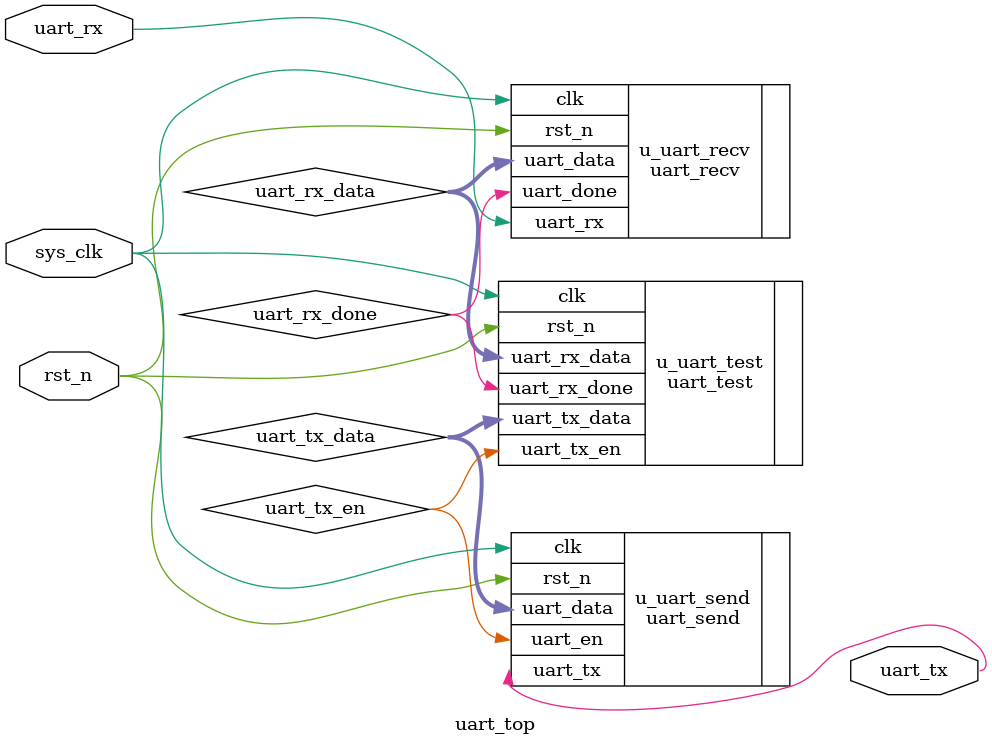
<source format=v>
module uart_top(
input           sys_clk,
input           rst_n,
//UART
input           uart_rx,
output          uart_tx
);

wire        uart_tx_en;         //发送使能信号
wire [7:0]  uart_tx_data;       //发送数据
wire        uart_rx_done;       //接收完成标示
wire [7:0]  uart_rx_data;       //接收数据

uart_send u_uart_send(
    .clk        (sys_clk),      //系统时钟
    .rst_n      (rst_n),        //系统复位，低电平有效

    .uart_en    (uart_tx_en),   //UART发送使能信号
    .uart_data  (uart_tx_data), //待发送数据
    .uart_tx    (uart_tx)       //UART发送端口
);

uart_recv u_uart_recv(
    .clk        (sys_clk),      //系统时钟
    .rst_n      (rst_n),        //系统复位，低电平有效
    
    .uart_rx    (uart_rx),      //UART接收端口
    .uart_done  (uart_rx_done), //接收一帧数据完成标志信号
    .uart_data  (uart_rx_data)     //接收的数据
);
//uart接收数据，发送接受的数据
uart_test u_uart_test(
    .clk         (sys_clk),
    .rst_n       (rst_n),

    .uart_rx_done(uart_rx_done),
    .uart_rx_data(uart_rx_data),
 
    .uart_tx_en  (uart_tx_en),
    .uart_tx_data(uart_tx_data)
);


endmodule

</source>
